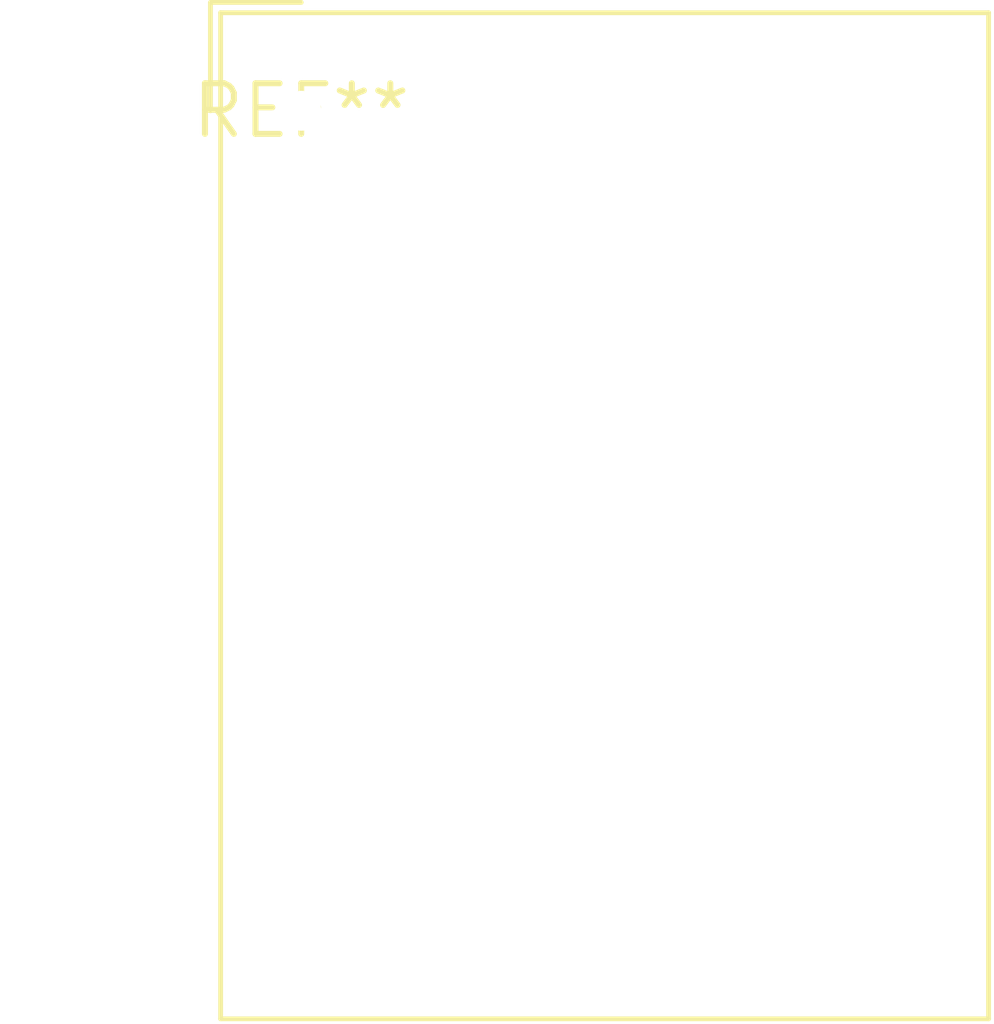
<source format=kicad_pcb>
(kicad_pcb (version 20240108) (generator pcbnew)
  (layers (0 "F.Cu" signal) (31 "B.Cu" signal) (34 "B.Paste" user) (35 "F.Paste" user) (36 "B.SilkS" user "B.Silkscreen") (37 "F.SilkS" user "F.Silkscreen") (38 "B.Mask" user) (39 "F.Mask" user) (44 "Edge.Cuts" user))
  (net 0 "")
  (footprint "DA56-11SEKWA" (layer "F.Cu") (at 0 0)
    (property "Reference" "REF**")
    (property "Value" "DA56-11SEKWA")
    (fp_line (start -2.28 -2.72) (end 0 -2.72) (layer "F.SilkS") (stroke (width 0.12)))
    (fp_line (start -2.28 -2.71) (end -2.28 0) (layer "F.SilkS") (stroke (width 0.12)))
    (fp_line (start -2.025 -2.46) (end 17.265 -2.46) (layer "F.SilkS") (stroke (width 0.12)))
    (fp_line (start -2.025 22.79) (end -2.025 -2.46) (layer "F.SilkS") (stroke (width 0.12)))
    (fp_line (start 17.265 -2.46) (end 17.265 22.79) (layer "F.SilkS") (stroke (width 0.12)))
    (fp_line (start 17.265 22.79) (end -2.025 22.79) (layer "F.SilkS") (stroke (width 0.12)))
    (pad "1" thru_hole rect (at 0 0) (size 1.5 1.5) (drill 1) (layers *.Cu *.Mask) (remove_unused_layers))
    (pad "2" thru_hole circle (at 0 2.54) (size 1.5 1.5) (drill 1) (layers *.Cu *.Mask) (remove_unused_layers))
    (pad "3" thru_hole circle (at 0 5.08) (size 1.5 1.5) (drill 1) (layers *.Cu *.Mask) (remove_unused_layers))
    (pad "4" thru_hole circle (at 0 7.62) (size 1.5 1.5) (drill 1) (layers *.Cu *.Mask) (remove_unused_layers))
    (pad "5" thru_hole circle (at 0 10.16) (size 1.5 1.5) (drill 1) (layers *.Cu *.Mask) (remove_unused_layers))
    (pad "6" thru_hole circle (at 0 12.7) (size 1.5 1.5) (drill 1) (layers *.Cu *.Mask) (remove_unused_layers))
    (pad "7" thru_hole circle (at 0 15.24) (size 1.5 1.5) (drill 1) (layers *.Cu *.Mask) (remove_unused_layers))
    (pad "8" thru_hole circle (at 0 17.78) (size 1.5 1.5) (drill 1) (layers *.Cu *.Mask) (remove_unused_layers))
    (pad "9" thru_hole circle (at 0 20.32) (size 1.5 1.5) (drill 1) (layers *.Cu *.Mask) (remove_unused_layers))
    (pad "10" thru_hole circle (at 15.24 20.32) (size 1.5 1.5) (drill 1) (layers *.Cu *.Mask) (remove_unused_layers))
    (pad "11" thru_hole circle (at 15.24 17.78) (size 1.5 1.5) (drill 1) (layers *.Cu *.Mask) (remove_unused_layers))
    (pad "12" thru_hole circle (at 15.24 15.24) (size 1.5 1.5) (drill 1) (layers *.Cu *.Mask) (remove_unused_layers))
    (pad "13" thru_hole circle (at 15.24 12.7) (size 1.5 1.5) (drill 1) (layers *.Cu *.Mask) (remove_unused_layers))
    (pad "14" thru_hole circle (at 15.24 10.16) (size 1.5 1.5) (drill 1) (layers *.Cu *.Mask) (remove_unused_layers))
    (pad "15" thru_hole circle (at 15.24 7.62) (size 1.5 1.5) (drill 1) (layers *.Cu *.Mask) (remove_unused_layers))
    (pad "16" thru_hole circle (at 15.24 5.08) (size 1.5 1.5) (drill 1) (layers *.Cu *.Mask) (remove_unused_layers))
    (pad "17" thru_hole circle (at 15.24 2.54) (size 1.5 1.5) (drill 1) (layers *.Cu *.Mask) (remove_unused_layers))
    (pad "18" thru_hole circle (at 15.24 0) (size 1.5 1.5) (drill 1) (layers *.Cu *.Mask) (remove_unused_layers))
  )
)
</source>
